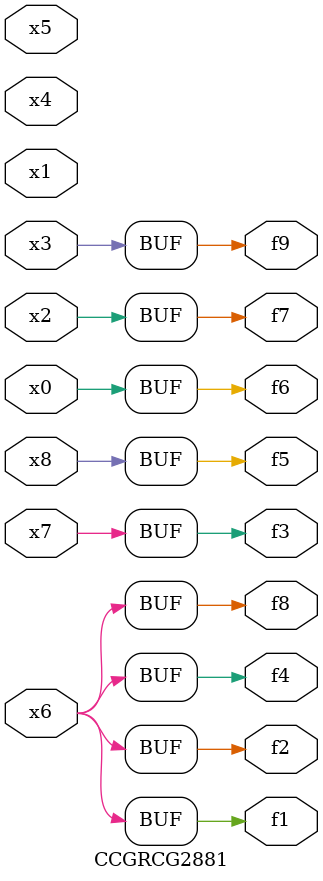
<source format=v>
module CCGRCG2881(
	input x0, x1, x2, x3, x4, x5, x6, x7, x8,
	output f1, f2, f3, f4, f5, f6, f7, f8, f9
);
	assign f1 = x6;
	assign f2 = x6;
	assign f3 = x7;
	assign f4 = x6;
	assign f5 = x8;
	assign f6 = x0;
	assign f7 = x2;
	assign f8 = x6;
	assign f9 = x3;
endmodule

</source>
